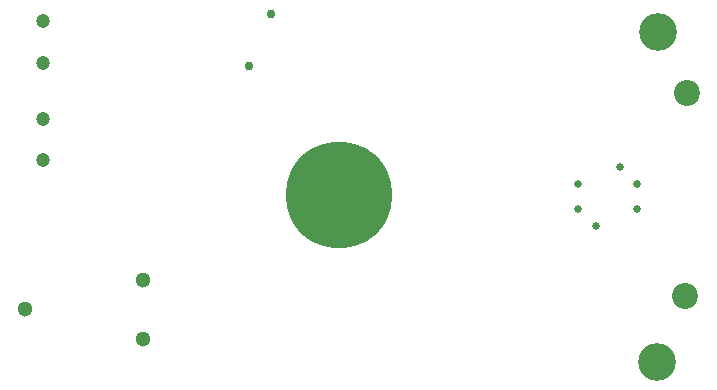
<source format=gbr>
%TF.GenerationSoftware,Altium Limited,Altium Designer,24.6.1 (21)*%
G04 Layer_Color=0*
%FSLAX45Y45*%
%MOMM*%
%TF.SameCoordinates,973C4F09-4287-4DA2-A26F-92637CA031E7*%
%TF.FilePolarity,Positive*%
%TF.FileFunction,Plated,1,2,PTH,Drill*%
%TF.Part,Single*%
G01*
G75*
%TA.AperFunction,ComponentDrill*%
%ADD52C,0.65000*%
%TA.AperFunction,OtherDrill,Pad Free-19 (54.229mm,109.601mm)*%
%ADD53C,9.00000*%
%TA.AperFunction,OtherDrill,Pad Free-19 (81.28mm,123.444mm)*%
%ADD54C,3.20000*%
%TA.AperFunction,OtherDrill,Pad Free-19 (81.153mm,95.504mm)*%
%ADD55C,3.20000*%
%TA.AperFunction,ComponentDrill*%
%ADD56C,1.30000*%
%TA.AperFunction,OtherDrill,Pad Free-21 (83.566mm,101.092mm)*%
%ADD57C,2.20000*%
%TA.AperFunction,OtherDrill,Pad Free-21 (83.693mm,118.237mm)*%
%ADD58C,2.20000*%
%TA.AperFunction,ComponentDrill*%
%ADD59C,1.20000*%
%TA.AperFunction,ViaDrill,NotFilled*%
%ADD60C,0.76200*%
D52*
X7597399Y10699699D02*
D03*
X7451298Y10845800D02*
D03*
Y11052399D02*
D03*
X7804003Y11198499D02*
D03*
X7950200Y11052399D02*
D03*
Y10845800D02*
D03*
D53*
X5422900Y10960100D02*
D03*
D54*
X8128000Y12344400D02*
D03*
D55*
X8115300Y9550400D02*
D03*
D56*
X3763899Y9744898D02*
D03*
Y10244902D02*
D03*
X2763901Y9994900D02*
D03*
D57*
X8356600Y10109200D02*
D03*
D58*
X8369300Y11823700D02*
D03*
D59*
X2921000Y12433300D02*
D03*
Y12083298D02*
D03*
Y11607800D02*
D03*
Y11257798D02*
D03*
D60*
X4660900Y12059003D02*
D03*
X4851400Y12496800D02*
D03*
%TF.MD5,2a4630620c478ed12d17b7ee83be28e1*%
M02*

</source>
